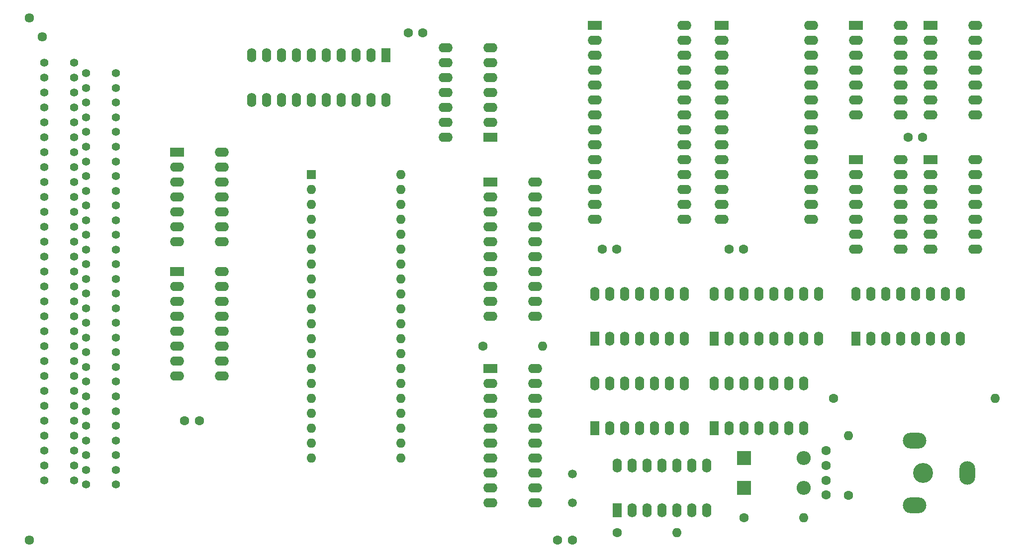
<source format=gbr>
%TF.GenerationSoftware,KiCad,Pcbnew,(5.1.10)-1*%
%TF.CreationDate,2022-01-24T17:18:54+01:00*%
%TF.ProjectId,GDC01,47444330-312e-46b6-9963-61645f706362,rev?*%
%TF.SameCoordinates,Original*%
%TF.FileFunction,Soldermask,Bot*%
%TF.FilePolarity,Negative*%
%FSLAX46Y46*%
G04 Gerber Fmt 4.6, Leading zero omitted, Abs format (unit mm)*
G04 Created by KiCad (PCBNEW (5.1.10)-1) date 2022-01-24 17:18:54*
%MOMM*%
%LPD*%
G01*
G04 APERTURE LIST*
%ADD10O,4.000000X2.700000*%
%ADD11C,3.400000*%
%ADD12O,2.700000X4.000000*%
%ADD13C,1.600000*%
%ADD14C,1.500000*%
%ADD15O,1.600000X2.400000*%
%ADD16R,1.600000X2.400000*%
%ADD17O,1.600000X1.600000*%
%ADD18O,2.400000X2.400000*%
%ADD19R,2.400000X2.400000*%
%ADD20R,2.400000X1.600000*%
%ADD21O,2.400000X1.600000*%
%ADD22R,1.600000X1.600000*%
%ADD23C,1.610000*%
%ADD24C,1.400000*%
G04 APERTURE END LIST*
D10*
%TO.C,J1*%
X204280000Y-150710000D03*
X204280000Y-161710000D03*
D11*
X205780000Y-156210000D03*
D12*
X213280000Y-156210000D03*
%TD*%
D13*
%TO.C,C9*%
X143550000Y-167640000D03*
X146050000Y-167640000D03*
%TD*%
%TO.C,C8*%
X205700000Y-99060000D03*
X203200000Y-99060000D03*
%TD*%
%TO.C,C7*%
X153630000Y-118110000D03*
X151130000Y-118110000D03*
%TD*%
%TO.C,C6*%
X175220000Y-118110000D03*
X172720000Y-118110000D03*
%TD*%
%TO.C,C5*%
X80050000Y-147320000D03*
X82550000Y-147320000D03*
%TD*%
%TO.C,C4*%
X120610000Y-81280000D03*
X118110000Y-81280000D03*
%TD*%
D14*
%TO.C,Y1*%
X146050000Y-156410000D03*
X146050000Y-161290000D03*
%TD*%
D15*
%TO.C,U9*%
X170180000Y-140970000D03*
X185420000Y-148590000D03*
X172720000Y-140970000D03*
X182880000Y-148590000D03*
X175260000Y-140970000D03*
X180340000Y-148590000D03*
X177800000Y-140970000D03*
X177800000Y-148590000D03*
X180340000Y-140970000D03*
X175260000Y-148590000D03*
X182880000Y-140970000D03*
X172720000Y-148590000D03*
X185420000Y-140970000D03*
D16*
X170180000Y-148590000D03*
%TD*%
D17*
%TO.C,R4*%
X140970000Y-134620000D03*
D13*
X130810000Y-134620000D03*
%TD*%
D17*
%TO.C,R3*%
X193040000Y-149860000D03*
D13*
X193040000Y-160020000D03*
%TD*%
D17*
%TO.C,R2*%
X185420000Y-163830000D03*
D13*
X175260000Y-163830000D03*
%TD*%
D17*
%TO.C,R1*%
X163830000Y-166370000D03*
D13*
X153670000Y-166370000D03*
%TD*%
D18*
%TO.C,D2*%
X185420000Y-153670000D03*
D19*
X175260000Y-153670000D03*
%TD*%
D18*
%TO.C,D1*%
X185420000Y-158750000D03*
D19*
X175260000Y-158750000D03*
%TD*%
D13*
%TO.C,C3*%
X189230000Y-159980000D03*
X189230000Y-157480000D03*
%TD*%
D17*
%TO.C,C2*%
X218000000Y-143510000D03*
D13*
X190500000Y-143510000D03*
%TD*%
%TO.C,C1*%
X189230000Y-152440000D03*
X189230000Y-154940000D03*
%TD*%
D15*
%TO.C,U1*%
X153670000Y-154940000D03*
X168910000Y-162560000D03*
X156210000Y-154940000D03*
X166370000Y-162560000D03*
X158750000Y-154940000D03*
X163830000Y-162560000D03*
X161290000Y-154940000D03*
X161290000Y-162560000D03*
X163830000Y-154940000D03*
X158750000Y-162560000D03*
X166370000Y-154940000D03*
X156210000Y-162560000D03*
X168910000Y-154940000D03*
D16*
X153670000Y-162560000D03*
%TD*%
D15*
%TO.C,U6*%
X149860000Y-140970000D03*
X165100000Y-148590000D03*
X152400000Y-140970000D03*
X162560000Y-148590000D03*
X154940000Y-140970000D03*
X160020000Y-148590000D03*
X157480000Y-140970000D03*
X157480000Y-148590000D03*
X160020000Y-140970000D03*
X154940000Y-148590000D03*
X162560000Y-140970000D03*
X152400000Y-148590000D03*
X165100000Y-140970000D03*
D16*
X149860000Y-148590000D03*
%TD*%
%TO.C,U2*%
X114300000Y-85090000D03*
D15*
X91440000Y-92710000D03*
X111760000Y-85090000D03*
X93980000Y-92710000D03*
X109220000Y-85090000D03*
X96520000Y-92710000D03*
X106680000Y-85090000D03*
X99060000Y-92710000D03*
X104140000Y-85090000D03*
X101600000Y-92710000D03*
X101600000Y-85090000D03*
X104140000Y-92710000D03*
X99060000Y-85090000D03*
X106680000Y-92710000D03*
X96520000Y-85090000D03*
X109220000Y-92710000D03*
X93980000Y-85090000D03*
X111760000Y-92710000D03*
X91440000Y-85090000D03*
X114300000Y-92710000D03*
%TD*%
D20*
%TO.C,U3*%
X78740000Y-121920000D03*
D21*
X86360000Y-139700000D03*
X78740000Y-124460000D03*
X86360000Y-137160000D03*
X78740000Y-127000000D03*
X86360000Y-134620000D03*
X78740000Y-129540000D03*
X86360000Y-132080000D03*
X78740000Y-132080000D03*
X86360000Y-129540000D03*
X78740000Y-134620000D03*
X86360000Y-127000000D03*
X78740000Y-137160000D03*
X86360000Y-124460000D03*
X78740000Y-139700000D03*
X86360000Y-121920000D03*
%TD*%
D15*
%TO.C,U7*%
X194310000Y-125730000D03*
X212090000Y-133350000D03*
X196850000Y-125730000D03*
X209550000Y-133350000D03*
X199390000Y-125730000D03*
X207010000Y-133350000D03*
X201930000Y-125730000D03*
X204470000Y-133350000D03*
X204470000Y-125730000D03*
X201930000Y-133350000D03*
X207010000Y-125730000D03*
X199390000Y-133350000D03*
X209550000Y-125730000D03*
X196850000Y-133350000D03*
X212090000Y-125730000D03*
D16*
X194310000Y-133350000D03*
%TD*%
D21*
%TO.C,U14*%
X124460000Y-99060000D03*
X132080000Y-83820000D03*
X124460000Y-96520000D03*
X132080000Y-86360000D03*
X124460000Y-93980000D03*
X132080000Y-88900000D03*
X124460000Y-91440000D03*
X132080000Y-91440000D03*
X124460000Y-88900000D03*
X132080000Y-93980000D03*
X124460000Y-86360000D03*
X132080000Y-96520000D03*
X124460000Y-83820000D03*
D20*
X132080000Y-99060000D03*
%TD*%
%TO.C,U5*%
X78740000Y-101600000D03*
D21*
X86360000Y-116840000D03*
X78740000Y-104140000D03*
X86360000Y-114300000D03*
X78740000Y-106680000D03*
X86360000Y-111760000D03*
X78740000Y-109220000D03*
X86360000Y-109220000D03*
X78740000Y-111760000D03*
X86360000Y-106680000D03*
X78740000Y-114300000D03*
X86360000Y-104140000D03*
X78740000Y-116840000D03*
X86360000Y-101600000D03*
%TD*%
D16*
%TO.C,U6*%
X149860000Y-133350000D03*
D15*
X165100000Y-125730000D03*
X152400000Y-133350000D03*
X162560000Y-125730000D03*
X154940000Y-133350000D03*
X160020000Y-125730000D03*
X157480000Y-133350000D03*
X157480000Y-125730000D03*
X160020000Y-133350000D03*
X154940000Y-125730000D03*
X162560000Y-133350000D03*
X152400000Y-125730000D03*
X165100000Y-133350000D03*
X149860000Y-125730000D03*
%TD*%
D16*
%TO.C,U4*%
X170180000Y-133350000D03*
D15*
X187960000Y-125730000D03*
X172720000Y-133350000D03*
X185420000Y-125730000D03*
X175260000Y-133350000D03*
X182880000Y-125730000D03*
X177800000Y-133350000D03*
X180340000Y-125730000D03*
X180340000Y-133350000D03*
X177800000Y-125730000D03*
X182880000Y-133350000D03*
X175260000Y-125730000D03*
X185420000Y-133350000D03*
X172720000Y-125730000D03*
X187960000Y-133350000D03*
X170180000Y-125730000D03*
%TD*%
D22*
%TO.C,U8*%
X101600000Y-105410000D03*
D17*
X116840000Y-153670000D03*
X101600000Y-107950000D03*
X116840000Y-151130000D03*
X101600000Y-110490000D03*
X116840000Y-148590000D03*
X101600000Y-113030000D03*
X116840000Y-146050000D03*
X101600000Y-115570000D03*
X116840000Y-143510000D03*
X101600000Y-118110000D03*
X116840000Y-140970000D03*
X101600000Y-120650000D03*
X116840000Y-138430000D03*
X101600000Y-123190000D03*
X116840000Y-135890000D03*
X101600000Y-125730000D03*
X116840000Y-133350000D03*
X101600000Y-128270000D03*
X116840000Y-130810000D03*
X101600000Y-130810000D03*
X116840000Y-128270000D03*
X101600000Y-133350000D03*
X116840000Y-125730000D03*
X101600000Y-135890000D03*
X116840000Y-123190000D03*
X101600000Y-138430000D03*
X116840000Y-120650000D03*
X101600000Y-140970000D03*
X116840000Y-118110000D03*
X101600000Y-143510000D03*
X116840000Y-115570000D03*
X101600000Y-146050000D03*
X116840000Y-113030000D03*
X101600000Y-148590000D03*
X116840000Y-110490000D03*
X101600000Y-151130000D03*
X116840000Y-107950000D03*
X101600000Y-153670000D03*
X116840000Y-105410000D03*
%TD*%
D20*
%TO.C,U10*%
X194310000Y-102870000D03*
D21*
X201930000Y-118110000D03*
X194310000Y-105410000D03*
X201930000Y-115570000D03*
X194310000Y-107950000D03*
X201930000Y-113030000D03*
X194310000Y-110490000D03*
X201930000Y-110490000D03*
X194310000Y-113030000D03*
X201930000Y-107950000D03*
X194310000Y-115570000D03*
X201930000Y-105410000D03*
X194310000Y-118110000D03*
X201930000Y-102870000D03*
%TD*%
%TO.C,U11*%
X201930000Y-80010000D03*
X194310000Y-95250000D03*
X201930000Y-82550000D03*
X194310000Y-92710000D03*
X201930000Y-85090000D03*
X194310000Y-90170000D03*
X201930000Y-87630000D03*
X194310000Y-87630000D03*
X201930000Y-90170000D03*
X194310000Y-85090000D03*
X201930000Y-92710000D03*
X194310000Y-82550000D03*
X201930000Y-95250000D03*
D20*
X194310000Y-80010000D03*
%TD*%
%TO.C,U12*%
X207010000Y-80010000D03*
D21*
X214630000Y-95250000D03*
X207010000Y-82550000D03*
X214630000Y-92710000D03*
X207010000Y-85090000D03*
X214630000Y-90170000D03*
X207010000Y-87630000D03*
X214630000Y-87630000D03*
X207010000Y-90170000D03*
X214630000Y-85090000D03*
X207010000Y-92710000D03*
X214630000Y-82550000D03*
X207010000Y-95250000D03*
X214630000Y-80010000D03*
%TD*%
%TO.C,U13*%
X214630000Y-102870000D03*
X207010000Y-118110000D03*
X214630000Y-105410000D03*
X207010000Y-115570000D03*
X214630000Y-107950000D03*
X207010000Y-113030000D03*
X214630000Y-110490000D03*
X207010000Y-110490000D03*
X214630000Y-113030000D03*
X207010000Y-107950000D03*
X214630000Y-115570000D03*
X207010000Y-105410000D03*
X214630000Y-118110000D03*
D20*
X207010000Y-102870000D03*
%TD*%
%TO.C,U15*%
X171450000Y-80010000D03*
D21*
X186690000Y-113030000D03*
X171450000Y-82550000D03*
X186690000Y-110490000D03*
X171450000Y-85090000D03*
X186690000Y-107950000D03*
X171450000Y-87630000D03*
X186690000Y-105410000D03*
X171450000Y-90170000D03*
X186690000Y-102870000D03*
X171450000Y-92710000D03*
X186690000Y-100330000D03*
X171450000Y-95250000D03*
X186690000Y-97790000D03*
X171450000Y-97790000D03*
X186690000Y-95250000D03*
X171450000Y-100330000D03*
X186690000Y-92710000D03*
X171450000Y-102870000D03*
X186690000Y-90170000D03*
X171450000Y-105410000D03*
X186690000Y-87630000D03*
X171450000Y-107950000D03*
X186690000Y-85090000D03*
X171450000Y-110490000D03*
X186690000Y-82550000D03*
X171450000Y-113030000D03*
X186690000Y-80010000D03*
%TD*%
%TO.C,U16*%
X165100000Y-80010000D03*
X149860000Y-113030000D03*
X165100000Y-82550000D03*
X149860000Y-110490000D03*
X165100000Y-85090000D03*
X149860000Y-107950000D03*
X165100000Y-87630000D03*
X149860000Y-105410000D03*
X165100000Y-90170000D03*
X149860000Y-102870000D03*
X165100000Y-92710000D03*
X149860000Y-100330000D03*
X165100000Y-95250000D03*
X149860000Y-97790000D03*
X165100000Y-97790000D03*
X149860000Y-95250000D03*
X165100000Y-100330000D03*
X149860000Y-92710000D03*
X165100000Y-102870000D03*
X149860000Y-90170000D03*
X165100000Y-105410000D03*
X149860000Y-87630000D03*
X165100000Y-107950000D03*
X149860000Y-85090000D03*
X165100000Y-110490000D03*
X149860000Y-82550000D03*
X165100000Y-113030000D03*
D20*
X149860000Y-80010000D03*
%TD*%
%TO.C,U17*%
X132080000Y-106680000D03*
D21*
X139700000Y-129540000D03*
X132080000Y-109220000D03*
X139700000Y-127000000D03*
X132080000Y-111760000D03*
X139700000Y-124460000D03*
X132080000Y-114300000D03*
X139700000Y-121920000D03*
X132080000Y-116840000D03*
X139700000Y-119380000D03*
X132080000Y-119380000D03*
X139700000Y-116840000D03*
X132080000Y-121920000D03*
X139700000Y-114300000D03*
X132080000Y-124460000D03*
X139700000Y-111760000D03*
X132080000Y-127000000D03*
X139700000Y-109220000D03*
X132080000Y-129540000D03*
X139700000Y-106680000D03*
%TD*%
%TO.C,U18*%
X139700000Y-138430000D03*
X132080000Y-161290000D03*
X139700000Y-140970000D03*
X132080000Y-158750000D03*
X139700000Y-143510000D03*
X132080000Y-156210000D03*
X139700000Y-146050000D03*
X132080000Y-153670000D03*
X139700000Y-148590000D03*
X132080000Y-151130000D03*
X139700000Y-151130000D03*
X132080000Y-148590000D03*
X139700000Y-153670000D03*
X132080000Y-146050000D03*
X139700000Y-156210000D03*
X132080000Y-143510000D03*
X139700000Y-158750000D03*
X132080000Y-140970000D03*
X139700000Y-161290000D03*
D20*
X132080000Y-138430000D03*
%TD*%
D23*
%TO.C,X1*%
X53568600Y-78740000D03*
X53568600Y-167640000D03*
D24*
X56108600Y-86360000D03*
X56108600Y-88900000D03*
X56108600Y-93980000D03*
X56108600Y-96520000D03*
X56108600Y-99060000D03*
X56108600Y-101600000D03*
X56108600Y-104140000D03*
X56108600Y-106680000D03*
X56108600Y-109220000D03*
X56108600Y-111760000D03*
X56108600Y-114300000D03*
X56108600Y-116840000D03*
X56108600Y-119380000D03*
X56108600Y-121920000D03*
X56108600Y-124460000D03*
X56108600Y-127000000D03*
X56108600Y-129540000D03*
X56108600Y-132080000D03*
X56108600Y-134620000D03*
X56108600Y-137160000D03*
X56108600Y-139700000D03*
X56108600Y-142240000D03*
X56108600Y-144780000D03*
X56108600Y-147320000D03*
X56108600Y-149860000D03*
X56108600Y-152400000D03*
X56108600Y-154940000D03*
X56108600Y-157480000D03*
X61188600Y-86360000D03*
X61188600Y-88900000D03*
X61188600Y-91440000D03*
X61188600Y-93980000D03*
X61188600Y-96520000D03*
X61188600Y-99060000D03*
X61188600Y-101600000D03*
X61188600Y-104140000D03*
X61188600Y-106680000D03*
X61188600Y-109220000D03*
X61188600Y-111760000D03*
X61188600Y-114300000D03*
X61188600Y-116840000D03*
X61188600Y-119380000D03*
X61188600Y-121920000D03*
X61188600Y-124460000D03*
X61188600Y-127000000D03*
X61188600Y-129540000D03*
X61188600Y-132080000D03*
X61188600Y-134620000D03*
X61188600Y-137160000D03*
X61188600Y-139700000D03*
X61188600Y-142240000D03*
X61188600Y-144780000D03*
X61188600Y-147320000D03*
X61188600Y-149860000D03*
X61188600Y-152400000D03*
X61188600Y-154940000D03*
X61188600Y-157480000D03*
D23*
X55800000Y-81940000D03*
D24*
X68300000Y-88190000D03*
X68300000Y-90690000D03*
X68300000Y-93190000D03*
X68300000Y-95690000D03*
X68300000Y-98190000D03*
X68300000Y-100690000D03*
X68300000Y-103190000D03*
X68300000Y-105690000D03*
X68300000Y-108190000D03*
X68300000Y-110690000D03*
X68300000Y-113190000D03*
X68300000Y-115690000D03*
X68300000Y-118190000D03*
X68300000Y-120690000D03*
X68300000Y-123190000D03*
X68300000Y-125690000D03*
X68300000Y-128190000D03*
X68300000Y-130690000D03*
X68300000Y-133190000D03*
X68300000Y-135690000D03*
X68300000Y-138190000D03*
X68300000Y-140690000D03*
X68300000Y-143190000D03*
X68300000Y-145690000D03*
X68300000Y-148190000D03*
X68300000Y-150690000D03*
X68300000Y-153190000D03*
X68300000Y-155690000D03*
X68300000Y-158190000D03*
X63300000Y-88190000D03*
X63300000Y-90690000D03*
X63300000Y-93190000D03*
X63300000Y-95690000D03*
X63300000Y-98190000D03*
X63300000Y-100690000D03*
X63300000Y-103190000D03*
X63300000Y-105690000D03*
X63300000Y-108190000D03*
X63300000Y-110690000D03*
X63300000Y-113190000D03*
X63300000Y-115690000D03*
X63300000Y-118190000D03*
X63300000Y-120690000D03*
X63300000Y-123190000D03*
X63300000Y-125690000D03*
X63300000Y-128190000D03*
X63300000Y-130690000D03*
X63300000Y-133190000D03*
X63300000Y-135690000D03*
X63300000Y-138190000D03*
X63300000Y-140690000D03*
X63300000Y-143190000D03*
X63300000Y-145690000D03*
X63300000Y-148190000D03*
X63300000Y-150690000D03*
X63300000Y-153190000D03*
X63300000Y-155690000D03*
X63300000Y-158190000D03*
X56108600Y-91440000D03*
%TD*%
M02*

</source>
